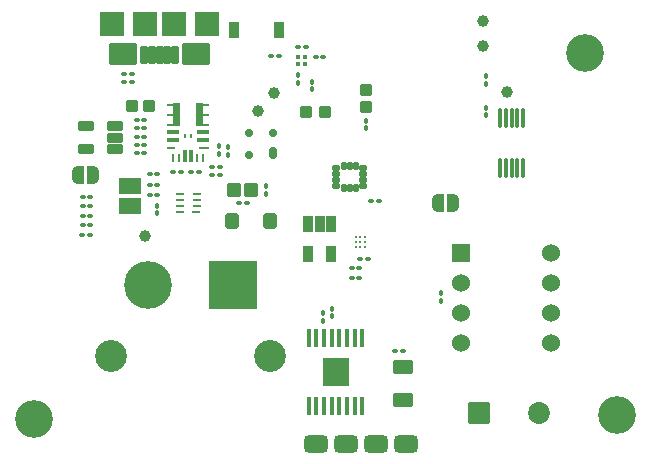
<source format=gbr>
%TF.GenerationSoftware,KiCad,Pcbnew,8.0.6*%
%TF.CreationDate,2025-09-09T16:11:23-07:00*%
%TF.ProjectId,Multimodal_Actuator_mk2,4d756c74-696d-46f6-9461-6c5f41637475,rev?*%
%TF.SameCoordinates,Original*%
%TF.FileFunction,Soldermask,Top*%
%TF.FilePolarity,Negative*%
%FSLAX46Y46*%
G04 Gerber Fmt 4.6, Leading zero omitted, Abs format (unit mm)*
G04 Created by KiCad (PCBNEW 8.0.6) date 2025-09-09 16:11:23*
%MOMM*%
%LPD*%
G01*
G04 APERTURE LIST*
G04 Aperture macros list*
%AMRoundRect*
0 Rectangle with rounded corners*
0 $1 Rounding radius*
0 $2 $3 $4 $5 $6 $7 $8 $9 X,Y pos of 4 corners*
0 Add a 4 corners polygon primitive as box body*
4,1,4,$2,$3,$4,$5,$6,$7,$8,$9,$2,$3,0*
0 Add four circle primitives for the rounded corners*
1,1,$1+$1,$2,$3*
1,1,$1+$1,$4,$5*
1,1,$1+$1,$6,$7*
1,1,$1+$1,$8,$9*
0 Add four rect primitives between the rounded corners*
20,1,$1+$1,$2,$3,$4,$5,0*
20,1,$1+$1,$4,$5,$6,$7,0*
20,1,$1+$1,$6,$7,$8,$9,0*
20,1,$1+$1,$8,$9,$2,$3,0*%
%AMFreePoly0*
4,1,19,0.500000,-0.750000,0.000000,-0.750000,0.000000,-0.744911,-0.071157,-0.744911,-0.207708,-0.704816,-0.327430,-0.627875,-0.420627,-0.520320,-0.479746,-0.390866,-0.500000,-0.250000,-0.500000,0.250000,-0.479746,0.390866,-0.420627,0.520320,-0.327430,0.627875,-0.207708,0.704816,-0.071157,0.744911,0.000000,0.744911,0.000000,0.750000,0.500000,0.750000,0.500000,-0.750000,0.500000,-0.750000,
$1*%
%AMFreePoly1*
4,1,19,0.000000,0.744911,0.071157,0.744911,0.207708,0.704816,0.327430,0.627875,0.420627,0.520320,0.479746,0.390866,0.500000,0.250000,0.500000,-0.250000,0.479746,-0.390866,0.420627,-0.520320,0.327430,-0.627875,0.207708,-0.704816,0.071157,-0.744911,0.000000,-0.744911,0.000000,-0.750000,-0.500000,-0.750000,-0.500000,0.750000,0.000000,0.750000,0.000000,0.744911,0.000000,0.744911,
$1*%
G04 Aperture macros list end*
%ADD10C,0.000000*%
%ADD11RoundRect,0.100000X0.100000X-0.130000X0.100000X0.130000X-0.100000X0.130000X-0.100000X-0.130000X0*%
%ADD12RoundRect,0.100000X-0.130000X-0.100000X0.130000X-0.100000X0.130000X0.100000X-0.130000X0.100000X0*%
%ADD13R,1.524000X1.524000*%
%ADD14C,1.524000*%
%ADD15FreePoly0,180.000000*%
%ADD16FreePoly1,180.000000*%
%ADD17RoundRect,0.100000X0.130000X0.100000X-0.130000X0.100000X-0.130000X-0.100000X0.130000X-0.100000X0*%
%ADD18RoundRect,0.102000X-0.825000X-0.825000X0.825000X-0.825000X0.825000X0.825000X-0.825000X0.825000X0*%
%ADD19C,1.854000*%
%ADD20RoundRect,0.375000X-0.625000X-0.375000X0.625000X-0.375000X0.625000X0.375000X-0.625000X0.375000X0*%
%ADD21RoundRect,0.100000X-0.100000X0.130000X-0.100000X-0.130000X0.100000X-0.130000X0.100000X0.130000X0*%
%ADD22RoundRect,0.102000X-0.865000X0.570000X-0.865000X-0.570000X0.865000X-0.570000X0.865000X0.570000X0*%
%ADD23RoundRect,0.102000X-0.237500X-0.125000X0.237500X-0.125000X0.237500X0.125000X-0.237500X0.125000X0*%
%ADD24RoundRect,0.102000X-0.125000X-0.237500X0.125000X-0.237500X0.125000X0.237500X-0.125000X0.237500X0*%
%ADD25FreePoly0,0.000000*%
%ADD26FreePoly1,0.000000*%
%ADD27R,2.310000X2.460000*%
%ADD28RoundRect,0.100000X0.100000X-0.687500X0.100000X0.687500X-0.100000X0.687500X-0.100000X-0.687500X0*%
%ADD29R,0.750000X0.250000*%
%ADD30R,0.700000X0.250000*%
%ADD31C,1.000000*%
%ADD32RoundRect,0.139250X0.417750X0.497750X-0.417750X0.497750X-0.417750X-0.497750X0.417750X-0.497750X0*%
%ADD33C,3.200000*%
%ADD34RoundRect,0.102000X0.400000X0.400000X-0.400000X0.400000X-0.400000X-0.400000X0.400000X-0.400000X0*%
%ADD35C,0.228600*%
%ADD36RoundRect,0.198500X0.508500X0.198500X-0.508500X0.198500X-0.508500X-0.198500X0.508500X-0.198500X0*%
%ADD37R,0.812800X1.346200*%
%ADD38RoundRect,0.102000X0.200000X0.675000X-0.200000X0.675000X-0.200000X-0.675000X0.200000X-0.675000X0*%
%ADD39RoundRect,0.102000X1.050000X0.800000X-1.050000X0.800000X-1.050000X-0.800000X1.050000X-0.800000X0*%
%ADD40RoundRect,0.102000X0.900000X0.950000X-0.900000X0.950000X-0.900000X-0.950000X0.900000X-0.950000X0*%
%ADD41RoundRect,0.102000X0.950000X0.950000X-0.950000X0.950000X-0.950000X-0.950000X0.950000X-0.950000X0*%
%ADD42RoundRect,0.059550X-0.337450X0.647450X-0.337450X-0.647450X0.337450X-0.647450X0.337450X0.647450X0*%
%ADD43RoundRect,0.175000X0.175000X0.325000X-0.175000X0.325000X-0.175000X-0.325000X0.175000X-0.325000X0*%
%ADD44RoundRect,0.150000X0.200000X0.150000X-0.200000X0.150000X-0.200000X-0.150000X0.200000X-0.150000X0*%
%ADD45R,0.812800X0.254000*%
%ADD46R,1.092200X0.304800*%
%ADD47R,0.508000X0.254000*%
%ADD48R,0.711200X0.254000*%
%ADD49R,0.254000X0.711200*%
%ADD50R,0.304800X1.092200*%
%ADD51R,0.254000X0.406400*%
%ADD52RoundRect,0.250000X0.287500X0.275000X-0.287500X0.275000X-0.287500X-0.275000X0.287500X-0.275000X0*%
%ADD53R,4.050000X4.050000*%
%ADD54C,4.050000*%
%ADD55C,2.700000*%
%ADD56RoundRect,0.102000X-0.400000X0.400000X-0.400000X-0.400000X0.400000X-0.400000X0.400000X0.400000X0*%
%ADD57RoundRect,0.250000X-0.625000X0.375000X-0.625000X-0.375000X0.625000X-0.375000X0.625000X0.375000X0*%
%ADD58R,0.304800X0.304800*%
%ADD59RoundRect,0.087500X-0.087500X0.725000X-0.087500X-0.725000X0.087500X-0.725000X0.087500X0.725000X0*%
%ADD60RoundRect,0.102000X-0.500000X-0.485000X0.500000X-0.485000X0.500000X0.485000X-0.500000X0.485000X0*%
G04 APERTURE END LIST*
D10*
%TO.C,U4001*%
G36*
X129992000Y-95677000D02*
G01*
X129408000Y-95677000D01*
X129408000Y-93723000D01*
X129992000Y-93723000D01*
X129992000Y-95677000D01*
G37*
G36*
X131992000Y-95677000D02*
G01*
X131408000Y-95677000D01*
X131408000Y-93723000D01*
X131992000Y-93723000D01*
X131992000Y-95677000D01*
G37*
%TD*%
D11*
%TO.C,R4003*%
X133300000Y-98040000D03*
X133300000Y-97400000D03*
%TD*%
%TO.C,R3003*%
X155900000Y-94765000D03*
X155900000Y-94125000D03*
%TD*%
D12*
%TO.C,C2014*%
X144560000Y-107700000D03*
X145200000Y-107700000D03*
%TD*%
D13*
%TO.C,U1005*%
X153780000Y-106380000D03*
D14*
X153780000Y-108920000D03*
X153780000Y-111460000D03*
X153780000Y-114000000D03*
X161400000Y-114000000D03*
X161400000Y-111460000D03*
X161400000Y-108920000D03*
X161400000Y-106380000D03*
%TD*%
D15*
%TO.C,JP2003*%
X122700000Y-99850000D03*
D16*
X121400000Y-99850000D03*
%TD*%
D17*
%TO.C,C2012*%
X145920000Y-106900000D03*
X145280000Y-106900000D03*
%TD*%
D12*
%TO.C,C2013*%
X144560000Y-108500000D03*
X145200000Y-108500000D03*
%TD*%
D18*
%TO.C,P1001*%
X155360000Y-120000000D03*
D19*
X160440000Y-120000000D03*
%TD*%
D12*
%TO.C,R2011*%
X140015400Y-88950000D03*
X140655400Y-88950000D03*
%TD*%
D20*
%TO.C,J1001*%
X141560000Y-122600000D03*
X144100000Y-122600000D03*
X149180000Y-122600000D03*
X146640000Y-122600000D03*
%TD*%
D21*
%TO.C,R4002*%
X134100000Y-97475000D03*
X134100000Y-98115000D03*
%TD*%
D12*
%TO.C,C2008*%
X121780000Y-103250000D03*
X122420000Y-103250000D03*
%TD*%
D17*
%TO.C,C3001*%
X126995000Y-97262500D03*
X126355000Y-97262500D03*
%TD*%
D21*
%TO.C,R2007*%
X139990400Y-91385000D03*
X139990400Y-92025000D03*
%TD*%
D17*
%TO.C,C5003*%
X126995000Y-95862500D03*
X126355000Y-95862500D03*
%TD*%
D22*
%TO.C,L2001*%
X125800000Y-100750000D03*
X125800000Y-102444000D03*
%TD*%
D11*
%TO.C,D3001*%
X142900000Y-111765000D03*
X142900000Y-111125000D03*
%TD*%
D17*
%TO.C,R2006*%
X128100000Y-100650000D03*
X127460000Y-100650000D03*
%TD*%
D23*
%TO.C,U2002*%
X143237500Y-99250000D03*
X143237500Y-99750000D03*
X143237500Y-100250000D03*
X143237500Y-100750000D03*
D24*
X143900000Y-100912500D03*
X144400000Y-100912500D03*
X144900000Y-100912500D03*
D23*
X145562500Y-100750000D03*
X145562500Y-100250000D03*
X145562500Y-99750000D03*
X145562500Y-99250000D03*
D24*
X144900000Y-99087500D03*
X144400000Y-99087500D03*
X143900000Y-99087500D03*
%TD*%
D25*
%TO.C,JP2001*%
X151850000Y-102200000D03*
D26*
X153150000Y-102200000D03*
%TD*%
D27*
%TO.C,U5001*%
X143200000Y-116500000D03*
D28*
X140925000Y-119362500D03*
X141575000Y-119362500D03*
X142225000Y-119362500D03*
X142875000Y-119362500D03*
X143525000Y-119362500D03*
X144175000Y-119362500D03*
X144825000Y-119362500D03*
X145475000Y-119362500D03*
X145475000Y-113637500D03*
X144825000Y-113637500D03*
X144175000Y-113637500D03*
X143525000Y-113637500D03*
X142875000Y-113637500D03*
X142225000Y-113637500D03*
X141575000Y-113637500D03*
X140925000Y-113637500D03*
%TD*%
D17*
%TO.C,C2003*%
X128120000Y-99750000D03*
X127480000Y-99750000D03*
%TD*%
D21*
%TO.C,C2010*%
X137300000Y-100750000D03*
X137300000Y-101390000D03*
%TD*%
D29*
%TO.C,IC2001*%
X131400000Y-102950000D03*
D30*
X131425000Y-102450000D03*
X131425000Y-101950000D03*
X131425000Y-101450000D03*
X130025000Y-101450000D03*
X130025000Y-101950000D03*
X130025000Y-102450000D03*
X130025000Y-102950000D03*
%TD*%
D17*
%TO.C,R2008*%
X130075000Y-99550000D03*
X129435000Y-99550000D03*
%TD*%
D12*
%TO.C,R2012*%
X141525400Y-89840400D03*
X142165400Y-89840400D03*
%TD*%
D17*
%TO.C,C5004*%
X126995000Y-95162500D03*
X126355000Y-95162500D03*
%TD*%
D11*
%TO.C,R2002*%
X145800000Y-95875000D03*
X145800000Y-95235000D03*
%TD*%
D31*
%TO.C,TP2003*%
X155700000Y-88900000D03*
%TD*%
D11*
%TO.C,R1002*%
X152100000Y-110465000D03*
X152100000Y-109825000D03*
%TD*%
D17*
%TO.C,R4004*%
X131620000Y-99550000D03*
X130980000Y-99550000D03*
%TD*%
D11*
%TO.C,C5002*%
X142100000Y-112175000D03*
X142100000Y-111535000D03*
%TD*%
D32*
%TO.C,D2004*%
X134462500Y-103750000D03*
X137672500Y-103750000D03*
%TD*%
D33*
%TO.C,H1003*%
X117700000Y-120500000D03*
%TD*%
D34*
%TO.C,D2001*%
X142325000Y-94525000D03*
X140675000Y-94525000D03*
%TD*%
D35*
%TO.C,U2005*%
X144900000Y-105099900D03*
X145300050Y-105099900D03*
X145700100Y-105099900D03*
X144900000Y-105499950D03*
X145300050Y-105499950D03*
X145700100Y-105499950D03*
X144900000Y-105900000D03*
X145300050Y-105900000D03*
X145700100Y-105900000D03*
%TD*%
D36*
%TO.C,U6002*%
X124555000Y-97600000D03*
X124555000Y-96650000D03*
X124555000Y-95700000D03*
X122045000Y-95700000D03*
X122045000Y-97600000D03*
%TD*%
D17*
%TO.C,C2017*%
X122420000Y-101650000D03*
X121780000Y-101650000D03*
%TD*%
D12*
%TO.C,C2006*%
X135025000Y-102150000D03*
X135665000Y-102150000D03*
%TD*%
D31*
%TO.C,TPGND2001*%
X127100000Y-105000000D03*
%TD*%
D33*
%TO.C,H1002*%
X167000000Y-120100000D03*
%TD*%
D37*
%TO.C,SW2001*%
X134607700Y-87550000D03*
X138392300Y-87550000D03*
%TD*%
D38*
%TO.C,J2001*%
X129600000Y-89675000D03*
X128950000Y-89675000D03*
X128300000Y-89675000D03*
X127650000Y-89675000D03*
X127000000Y-89675000D03*
D39*
X131400000Y-89550000D03*
X125200000Y-89550000D03*
D40*
X132300000Y-87000000D03*
D41*
X129500000Y-87000000D03*
X127100000Y-87000000D03*
D40*
X124300000Y-87000000D03*
%TD*%
D42*
%TO.C,U2006*%
X142800000Y-104000000D03*
X141850000Y-104000000D03*
X140900000Y-104000000D03*
X140900000Y-106510000D03*
X142800000Y-106510000D03*
%TD*%
D31*
%TO.C,TP2004*%
X155700000Y-86800000D03*
%TD*%
D17*
%TO.C,C3002*%
X126995000Y-96562500D03*
X126355000Y-96562500D03*
%TD*%
%TO.C,R4005*%
X133375000Y-99150000D03*
X132735000Y-99150000D03*
%TD*%
D31*
%TO.C,TP2001*%
X136600000Y-94400000D03*
%TD*%
D17*
%TO.C,C2002*%
X138375000Y-89750000D03*
X137735000Y-89750000D03*
%TD*%
D43*
%TO.C,D2003*%
X137900000Y-97950000D03*
D44*
X137900000Y-96250000D03*
X135900000Y-96250000D03*
X135900000Y-98150000D03*
%TD*%
D45*
%TO.C,U4001*%
X132094000Y-97500000D03*
D46*
X131954000Y-96850001D03*
X131954000Y-96200000D03*
D47*
X132246000Y-95550000D03*
X132246000Y-94699999D03*
X132246000Y-93850000D03*
X129154000Y-93850000D03*
X129154000Y-94699999D03*
X129154000Y-95550000D03*
D46*
X129446000Y-96200000D03*
X129446000Y-96850001D03*
D48*
X129256000Y-97500000D03*
D49*
X129450000Y-98394000D03*
X129949999Y-98394000D03*
D50*
X130450000Y-98204000D03*
X130950000Y-98204000D03*
D49*
X131450001Y-98394000D03*
X131950000Y-98394000D03*
D51*
X130950000Y-96525000D03*
X130450000Y-96525000D03*
%TD*%
D31*
%TO.C,TP2005*%
X157700000Y-92800000D03*
%TD*%
D17*
%TO.C,C4002*%
X126995000Y-97962500D03*
X126355000Y-97962500D03*
%TD*%
D52*
%TO.C,C6001*%
X127400000Y-93962500D03*
X125975000Y-93962500D03*
%TD*%
D17*
%TO.C,C2001*%
X125940000Y-91950000D03*
X125300000Y-91950000D03*
%TD*%
D31*
%TO.C,TP2002*%
X138000000Y-92900000D03*
%TD*%
D12*
%TO.C,C2009*%
X121780000Y-102450000D03*
X122420000Y-102450000D03*
%TD*%
%TO.C,C2020*%
X127460000Y-101550000D03*
X128100000Y-101550000D03*
%TD*%
D17*
%TO.C,C2011*%
X146875000Y-102000000D03*
X146235000Y-102000000D03*
%TD*%
D12*
%TO.C,R2001*%
X125300000Y-91250000D03*
X125940000Y-91250000D03*
%TD*%
%TO.C,C2015*%
X121760000Y-104900000D03*
X122400000Y-104900000D03*
%TD*%
D53*
%TO.C,J1003*%
X134500000Y-109137500D03*
D54*
X127300000Y-109137500D03*
D55*
X137650000Y-115137500D03*
X124150000Y-115137500D03*
%TD*%
D56*
%TO.C,D2002*%
X145800000Y-94100000D03*
X145800000Y-92600000D03*
%TD*%
D21*
%TO.C,R3002*%
X155900000Y-91435000D03*
X155900000Y-92075000D03*
%TD*%
D57*
%TO.C,D6002*%
X148900000Y-116100000D03*
X148900000Y-118900000D03*
%TD*%
D58*
%TO.C,LED2001*%
X140600000Y-90450000D03*
X140600000Y-89840400D03*
X139990400Y-89840400D03*
X139990400Y-90450000D03*
%TD*%
D17*
%TO.C,R6001*%
X148900000Y-114700000D03*
X148260000Y-114700000D03*
%TD*%
D33*
%TO.C,H1001*%
X164300000Y-89500000D03*
%TD*%
D12*
%TO.C,C6002*%
X121780000Y-104050000D03*
X122420000Y-104050000D03*
%TD*%
D11*
%TO.C,C2019*%
X128100000Y-103070000D03*
X128100000Y-102430000D03*
%TD*%
D21*
%TO.C,R2003*%
X141235400Y-91925000D03*
X141235400Y-92565000D03*
%TD*%
D59*
%TO.C,U3001*%
X159100000Y-94987500D03*
X158600000Y-94987500D03*
X158100000Y-94987500D03*
X157600000Y-94987500D03*
X157100000Y-94987500D03*
X157100000Y-99212500D03*
X157600000Y-99212500D03*
X158100000Y-99212500D03*
X158600000Y-99212500D03*
X159100000Y-99212500D03*
%TD*%
D60*
%TO.C,FL2001*%
X134600000Y-101050000D03*
X136070000Y-101050000D03*
%TD*%
D12*
%TO.C,C2022*%
X132735000Y-99850000D03*
X133375000Y-99850000D03*
%TD*%
M02*

</source>
